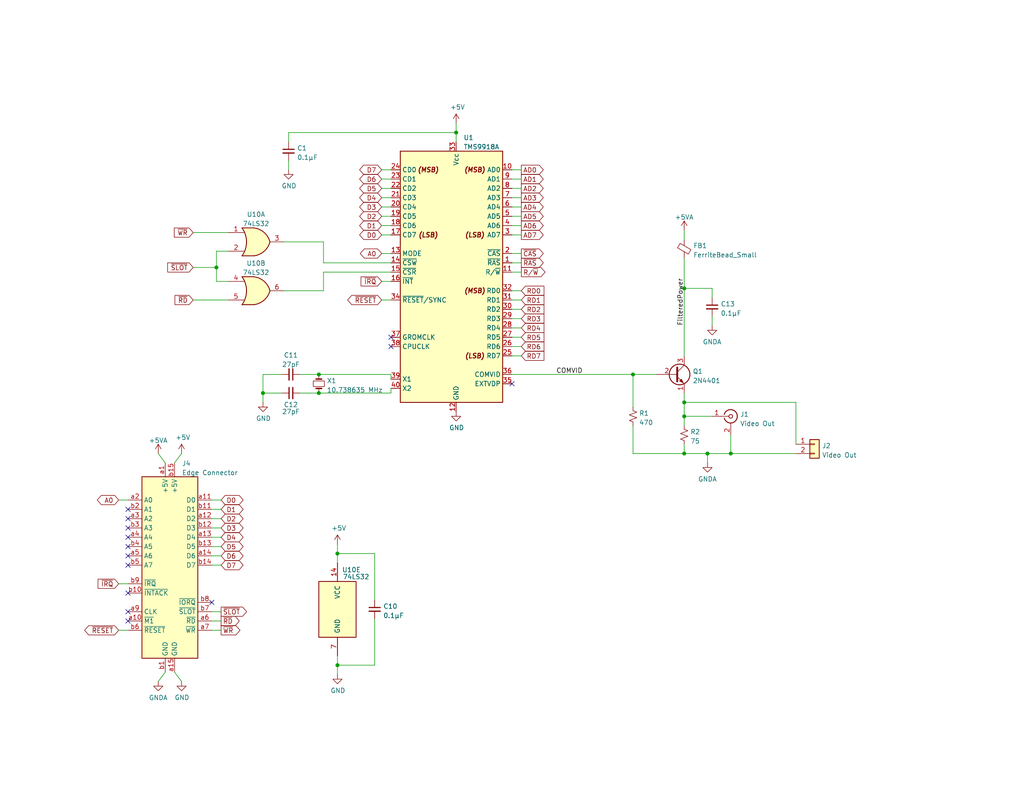
<source format=kicad_sch>
(kicad_sch (version 20211123) (generator eeschema)
  (paper "A")
  (lib_symbols
    (symbol "74xx:74LS32" (pin_names (offset 1.016))
      (property "Reference" "U" (at 0 1.27 0))
      (property "Value" "74LS32" (at 0 -1.27 0))
      (symbol "74LS32_1_1"
        (arc (start -3.81 -3.81) (mid -2.589 0) (end -3.81 3.81) (stroke (width 0.254)))
        (arc (start -0.6096 -3.81) (mid 2.1842 -2.5851) (end 3.81 0) (stroke (width 0.254)) (fill (type background)))
        (polyline (pts (xy -3.81 -3.81) (xy -0.635 -3.81)) (stroke (width 0.254)) (fill (type background)))
        (polyline (pts (xy -3.81 3.81) (xy -0.635 3.81)) (stroke (width 0.254)) (fill (type background)))
        (polyline (pts (xy -0.635 3.81) (xy -3.81 3.81) (xy -3.81 3.81) (xy -3.556 3.4036) (xy -3.0226 2.2606) (xy -2.6924 1.0414) (xy -2.6162 -0.254) (xy -2.7686 -1.4986) (xy -3.175 -2.7178) (xy -3.81 -3.81) (xy -3.81 -3.81) (xy -0.635 -3.81)) (stroke (width -25.4)) (fill (type background)))
        (arc (start 3.81 0) (mid 2.1915 2.5936) (end -0.6096 3.81) (stroke (width 0.254)) (fill (type background)))
        (pin input line (at -7.62 2.54 0) (length 4.318) (name "~") (number "1"))
        (pin input line (at -7.62 -2.54 0) (length 4.318) (name "~") (number "2"))
        (pin output line (at 7.62 0 180) (length 3.81) (name "~") (number "3"))
      )
      (symbol "74LS32_1_2"
        (arc (start 0 -3.81) (mid 3.81 0) (end 0 3.81) (stroke (width 0.254)) (fill (type background)))
        (polyline (pts (xy 0 3.81) (xy -3.81 3.81) (xy -3.81 -3.81) (xy 0 -3.81)) (stroke (width 0.254)) (fill (type background)))
        (pin input inverted (at -7.62 2.54 0) (length 3.81) (name "~") (number "1"))
        (pin input inverted (at -7.62 -2.54 0) (length 3.81) (name "~") (number "2"))
        (pin output inverted (at 7.62 0 180) (length 3.81) (name "~") (number "3"))
      )
      (symbol "74LS32_2_1"
        (arc (start -3.81 -3.81) (mid -2.589 0) (end -3.81 3.81) (stroke (width 0.254)))
        (arc (start -0.6096 -3.81) (mid 2.1842 -2.5851) (end 3.81 0) (stroke (width 0.254)) (fill (type background)))
        (polyline (pts (xy -3.81 -3.81) (xy -0.635 -3.81)) (stroke (width 0.254)) (fill (type background)))
        (polyline (pts (xy -3.81 3.81) (xy -0.635 3.81)) (stroke (width 0.254)) (fill (type background)))
        (polyline (pts (xy -0.635 3.81) (xy -3.81 3.81) (xy -3.81 3.81) (xy -3.556 3.4036) (xy -3.0226 2.2606) (xy -2.6924 1.0414) (xy -2.6162 -0.254) (xy -2.7686 -1.4986) (xy -3.175 -2.7178) (xy -3.81 -3.81) (xy -3.81 -3.81) (xy -0.635 -3.81)) (stroke (width -25.4)) (fill (type background)))
        (arc (start 3.81 0) (mid 2.1915 2.5936) (end -0.6096 3.81) (stroke (width 0.254)) (fill (type background)))
        (pin input line (at -7.62 2.54 0) (length 4.318) (name "~") (number "4"))
        (pin input line (at -7.62 -2.54 0) (length 4.318) (name "~") (number "5"))
        (pin output line (at 7.62 0 180) (length 3.81) (name "~") (number "6"))
      )
      (symbol "74LS32_2_2"
        (arc (start 0 -3.81) (mid 3.81 0) (end 0 3.81) (stroke (width 0.254)) (fill (type background)))
        (polyline (pts (xy 0 3.81) (xy -3.81 3.81) (xy -3.81 -3.81) (xy 0 -3.81)) (stroke (width 0.254)) (fill (type background)))
        (pin input inverted (at -7.62 2.54 0) (length 3.81) (name "~") (number "4"))
        (pin input inverted (at -7.62 -2.54 0) (length 3.81) (name "~") (number "5"))
        (pin output inverted (at 7.62 0 180) (length 3.81) (name "~") (number "6"))
      )
      (symbol "74LS32_3_1"
        (arc (start -3.81 -3.81) (mid -2.589 0) (end -3.81 3.81) (stroke (width 0.254)))
        (arc (start -0.6096 -3.81) (mid 2.1842 -2.5851) (end 3.81 0) (stroke (width 0.254)) (fill (type background)))
        (polyline (pts (xy -3.81 -3.81) (xy -0.635 -3.81)) (stroke (width 0.254)) (fill (type background)))
        (polyline (pts (xy -3.81 3.81) (xy -0.635 3.81)) (stroke (width 0.254)) (fill (type background)))
        (polyline (pts (xy -0.635 3.81) (xy -3.81 3.81) (xy -3.81 3.81) (xy -3.556 3.4036) (xy -3.0226 2.2606) (xy -2.6924 1.0414) (xy -2.6162 -0.254) (xy -2.7686 -1.4986) (xy -3.175 -2.7178) (xy -3.81 -3.81) (xy -3.81 -3.81) (xy -0.635 -3.81)) (stroke (width -25.4)) (fill (type background)))
        (arc (start 3.81 0) (mid 2.1915 2.5936) (end -0.6096 3.81) (stroke (width 0.254)) (fill (type background)))
        (pin input line (at -7.62 -2.54 0) (length 4.318) (name "~") (number "10"))
        (pin output line (at 7.62 0 180) (length 3.81) (name "~") (number "8"))
        (pin input line (at -7.62 2.54 0) (length 4.318) (name "~") (number "9"))
      )
      (symbol "74LS32_3_2"
        (arc (start 0 -3.81) (mid 3.81 0) (end 0 3.81) (stroke (width 0.254)) (fill (type background)))
        (polyline (pts (xy 0 3.81) (xy -3.81 3.81) (xy -3.81 -3.81) (xy 0 -3.81)) (stroke (width 0.254)) (fill (type background)))
        (pin input inverted (at -7.62 -2.54 0) (length 3.81) (name "~") (number "10"))
        (pin output inverted (at 7.62 0 180) (length 3.81) (name "~") (number "8"))
        (pin input inverted (at -7.62 2.54 0) (length 3.81) (name "~") (number "9"))
      )
      (symbol "74LS32_4_1"
        (arc (start -3.81 -3.81) (mid -2.589 0) (end -3.81 3.81) (stroke (width 0.254)))
        (arc (start -0.6096 -3.81) (mid 2.1842 -2.5851) (end 3.81 0) (stroke (width 0.254)) (fill (type background)))
        (polyline (pts (xy -3.81 -3.81) (xy -0.635 -3.81)) (stroke (width 0.254)) (fill (type background)))
        (polyline (pts (xy -3.81 3.81) (xy -0.635 3.81)) (stroke (width 0.254)) (fill (type background)))
        (polyline (pts (xy -0.635 3.81) (xy -3.81 3.81) (xy -3.81 3.81) (xy -3.556 3.4036) (xy -3.0226 2.2606) (xy -2.6924 1.0414) (xy -2.6162 -0.254) (xy -2.7686 -1.4986) (xy -3.175 -2.7178) (xy -3.81 -3.81) (xy -3.81 -3.81) (xy -0.635 -3.81)) (stroke (width -25.4)) (fill (type background)))
        (arc (start 3.81 0) (mid 2.1915 2.5936) (end -0.6096 3.81) (stroke (width 0.254)) (fill (type background)))
        (pin output line (at 7.62 0 180) (length 3.81) (name "~") (number "11"))
        (pin input line (at -7.62 2.54 0) (length 4.318) (name "~") (number "12"))
        (pin input line (at -7.62 -2.54 0) (length 4.318) (name "~") (number "13"))
      )
      (symbol "74LS32_4_2"
        (arc (start 0 -3.81) (mid 3.81 0) (end 0 3.81) (stroke (width 0.254)) (fill (type background)))
        (polyline (pts (xy 0 3.81) (xy -3.81 3.81) (xy -3.81 -3.81) (xy 0 -3.81)) (stroke (width 0.254)) (fill (type background)))
        (pin output inverted (at 7.62 0 180) (length 3.81) (name "~") (number "11"))
        (pin input inverted (at -7.62 2.54 0) (length 3.81) (name "~") (number "12"))
        (pin input inverted (at -7.62 -2.54 0) (length 3.81) (name "~") (number "13"))
      )
      (symbol "74LS32_5_0"
        (pin power_in line (at 0 12.7 270) (length 5.08) (name "VCC") (number "14"))
        (pin power_in line (at 0 -12.7 90) (length 5.08) (name "GND") (number "7"))
      )
      (symbol "74LS32_5_1"
        (rectangle (start -5.08 7.62) (end 5.08 -7.62) (stroke (width 0.254)) (fill (type background)))
      )
    )
    (symbol "Connector:Conn_Coaxial" (pin_names (offset 1.016) hide)
      (property "Reference" "J" (at 0.254 3.048 0))
      (property "Value" "Conn_Coaxial" (at 2.921 0 90))
      (symbol "Conn_Coaxial_0_1"
        (arc (start -1.778 -0.508) (mid 0.2311 -1.8066) (end 1.778 0) (stroke (width 0.254)))
        (polyline (pts (xy -2.54 0) (xy -0.508 0)))
        (polyline (pts (xy 0 -2.54) (xy 0 -1.778)))
        (circle (center 0 0) (radius 0.508) (stroke (width 0.2032)))
        (arc (start 1.778 0) (mid 0.2099 1.8101) (end -1.778 0.508) (stroke (width 0.254)))
      )
      (symbol "Conn_Coaxial_1_1"
        (pin passive line (at -5.08 0 0) (length 2.54) (name "In") (number "1"))
        (pin passive line (at 0 -5.08 90) (length 2.54) (name "Ext") (number "2"))
      )
    )
    (symbol "Connector:Interis_Expansion_PCBEdge"
      (property "Reference" "J" (at 20.32 -39.37 0))
      (property "Value" "Interis_Expansion_PCBEdge" (at 26.67 -35.56 0))
      (symbol "Interis_Expansion_PCBEdge_0_1"
        (rectangle (start -7.62 19.05) (end 7.62 -30.48) (stroke (width 0.254)) (fill (type background)))
      )
      (symbol "Interis_Expansion_PCBEdge_1_1"
        (pin power_out line (at -1.27 22.86 270) (length 3.81) (name "+5V") (number "a1"))
        (pin output line (at -11.43 -20.32 0) (length 3.81) (name "~{M1}") (number "a10"))
        (pin bidirectional line (at 11.43 12.7 180) (length 3.81) (name "D0") (number "a11"))
        (pin bidirectional line (at 11.43 7.62 180) (length 3.81) (name "D2") (number "a12"))
        (pin bidirectional line (at 11.43 2.54 180) (length 3.81) (name "D4") (number "a13"))
        (pin bidirectional line (at 11.43 -2.54 180) (length 3.81) (name "D6") (number "a14"))
        (pin passive line (at 1.27 -34.29 90) (length 3.81) (name "GND") (number "a15"))
        (pin bidirectional line (at -11.43 12.7 0) (length 3.81) (name "A0") (number "a2"))
        (pin bidirectional line (at -11.43 7.62 0) (length 3.81) (name "A2") (number "a3"))
        (pin bidirectional line (at -11.43 2.54 0) (length 3.81) (name "A4") (number "a4"))
        (pin bidirectional line (at -11.43 -2.54 0) (length 3.81) (name "A6") (number "a5"))
        (pin output line (at 11.43 -20.32 180) (length 3.81) (name "~{RD}") (number "a6"))
        (pin output line (at 11.43 -22.86 180) (length 3.81) (name "~{WR}") (number "a7"))
        (pin output line (at -11.43 -17.78 0) (length 3.81) (name "CLK") (number "a9"))
        (pin power_out line (at -1.27 -34.29 90) (length 3.81) (name "GND") (number "b1"))
        (pin output line (at -11.43 -12.7 0) (length 3.81) (name "~{INTACK}") (number "b10"))
        (pin bidirectional line (at 11.43 10.16 180) (length 3.81) (name "D1") (number "b11"))
        (pin bidirectional line (at 11.43 5.08 180) (length 3.81) (name "D3") (number "b12"))
        (pin bidirectional line (at 11.43 0 180) (length 3.81) (name "D5") (number "b13"))
        (pin bidirectional line (at 11.43 -5.08 180) (length 3.81) (name "D7") (number "b14"))
        (pin passive line (at 1.27 22.86 270) (length 3.81) (name "+5V") (number "b15"))
        (pin bidirectional line (at -11.43 10.16 0) (length 3.81) (name "A1") (number "b2"))
        (pin bidirectional line (at -11.43 5.08 0) (length 3.81) (name "A3") (number "b3"))
        (pin bidirectional line (at -11.43 0 0) (length 3.81) (name "A5") (number "b4"))
        (pin bidirectional line (at -11.43 -5.08 0) (length 3.81) (name "A7") (number "b5"))
        (pin bidirectional line (at -11.43 -22.86 0) (length 3.81) (name "~{RESET}") (number "b6"))
        (pin output line (at 11.43 -17.78 180) (length 3.81) (name "~{SLOT}") (number "b7"))
        (pin input line (at 11.43 -15.24 180) (length 3.81) (name "~{IORQ}") (number "b8"))
        (pin input line (at -11.43 -10.16 0) (length 3.81) (name "~{IRQ}") (number "b9"))
      )
    )
    (symbol "Connector_Generic:Conn_01x02" (pin_names (offset 1.016) hide)
      (property "Reference" "J" (at 0 2.54 0))
      (property "Value" "Conn_01x02" (at 0 -5.08 0))
      (symbol "Conn_01x02_1_1"
        (rectangle (start -1.27 -2.413) (end 0 -2.667) (stroke (width 0.1524)))
        (rectangle (start -1.27 0.127) (end 0 -0.127) (stroke (width 0.1524)))
        (rectangle (start -1.27 1.27) (end 1.27 -3.81) (stroke (width 0.254)) (fill (type background)))
        (pin passive line (at -5.08 0 0) (length 3.81) (name "Pin_1") (number "1"))
        (pin passive line (at -5.08 -2.54 0) (length 3.81) (name "Pin_2") (number "2"))
      )
    )
    (symbol "Device:C_Small" (pin_numbers hide) (pin_names (offset 0.254) hide)
      (property "Reference" "C" (at 0.254 1.778 0))
      (property "Value" "C_Small" (at 0.254 -2.032 0))
      (symbol "C_Small_0_1"
        (polyline (pts (xy -1.524 -0.508) (xy 1.524 -0.508)) (stroke (width 0.3302)))
        (polyline (pts (xy -1.524 0.508) (xy 1.524 0.508)) (stroke (width 0.3048)))
      )
      (symbol "C_Small_1_1"
        (pin passive line (at 0 2.54 270) (length 2.032) (name "~") (number "1"))
        (pin passive line (at 0 -2.54 90) (length 2.032) (name "~") (number "2"))
      )
    )
    (symbol "Device:Crystal_Small" (pin_numbers hide) (pin_names (offset 1.016) hide)
      (property "Reference" "Y" (at 0 2.54 0))
      (property "Value" "Crystal_Small" (at 0 -2.54 0))
      (symbol "Crystal_Small_0_1"
        (rectangle (start -0.762 -1.524) (end 0.762 1.524))
        (polyline (pts (xy -1.27 -0.762) (xy -1.27 0.762)) (stroke (width 0.381)))
        (polyline (pts (xy 1.27 -0.762) (xy 1.27 0.762)) (stroke (width 0.381)))
      )
      (symbol "Crystal_Small_1_1"
        (pin passive line (at -2.54 0 0) (length 1.27) (name "1") (number "1"))
        (pin passive line (at 2.54 0 180) (length 1.27) (name "2") (number "2"))
      )
    )
    (symbol "Device:FerriteBead_Small" (pin_numbers hide) (pin_names (offset 0))
      (property "Reference" "FB" (at 1.905 1.27 0))
      (property "Value" "FerriteBead_Small" (at 1.905 -1.27 0))
      (symbol "FerriteBead_Small_0_1"
        (polyline (pts (xy 0 -1.27) (xy 0 -0.7874)))
        (polyline (pts (xy 0 0.889) (xy 0 1.2954)))
        (polyline (pts (xy -1.8288 0.2794) (xy -1.1176 1.4986) (xy 1.8288 -0.2032) (xy 1.1176 -1.4224) (xy -1.8288 0.2794)))
      )
      (symbol "FerriteBead_Small_1_1"
        (pin passive line (at 0 2.54 270) (length 1.27) (name "~") (number "1"))
        (pin passive line (at 0 -2.54 90) (length 1.27) (name "~") (number "2"))
      )
    )
    (symbol "Device:Q_NPN_EBC" (pin_names (offset 0) hide)
      (property "Reference" "Q" (at 5.08 1.27 0))
      (property "Value" "Q_NPN_EBC" (at 5.08 -1.27 0))
      (symbol "Q_NPN_EBC_0_1"
        (polyline (pts (xy 0.635 0.635) (xy 2.54 2.54)))
        (polyline (pts (xy 0.635 -0.635) (xy 2.54 -2.54) (xy 2.54 -2.54)))
        (polyline (pts (xy 0.635 1.905) (xy 0.635 -1.905) (xy 0.635 -1.905)) (stroke (width 0.508)))
        (polyline (pts (xy 1.27 -1.778) (xy 1.778 -1.27) (xy 2.286 -2.286) (xy 1.27 -1.778) (xy 1.27 -1.778)) (fill (type outline)))
        (circle (center 1.27 0) (radius 2.8194) (stroke (width 0.254)))
      )
      (symbol "Q_NPN_EBC_1_1"
        (pin passive line (at 2.54 -5.08 90) (length 2.54) (name "E") (number "1"))
        (pin passive line (at -5.08 0 0) (length 5.715) (name "B") (number "2"))
        (pin passive line (at 2.54 5.08 270) (length 2.54) (name "C") (number "3"))
      )
    )
    (symbol "Device:R_Small_US" (pin_numbers hide) (pin_names (offset 0.254) hide)
      (property "Reference" "R" (at 0.762 0.508 0))
      (property "Value" "R_Small_US" (at 0.762 -1.016 0))
      (symbol "R_Small_US_1_1"
        (polyline (pts (xy 0 0) (xy 1.016 -0.381) (xy 0 -0.762) (xy -1.016 -1.143) (xy 0 -1.524)))
        (polyline (pts (xy 0 1.524) (xy 1.016 1.143) (xy 0 0.762) (xy -1.016 0.381) (xy 0 0)))
        (pin passive line (at 0 2.54 270) (length 1.016) (name "~") (number "1"))
        (pin passive line (at 0 -2.54 90) (length 1.016) (name "~") (number "2"))
      )
    )
    (symbol "Video:TMS9918A"
      (property "Reference" "U" (at 11.43 36.83 0))
      (property "Value" "TMS9918A" (at -1.27 0 0))
      (symbol "TMS9918A_0_0"
        (text "(LSB)" (at -7.62 12.7 0) (effects (font (size 1.27 1.27) bold italic)))
        (text "(LSB)" (at 5.08 -20.32 0) (effects (font (size 1.27 1.27) bold italic)))
        (text "(LSB)" (at 5.08 12.7 0) (effects (font (size 1.27 1.27) bold italic)))
        (text "(MSB)" (at -7.62 30.48 0) (effects (font (size 1.27 1.27) bold italic)))
        (text "(MSB)" (at 5.08 -2.54 0) (effects (font (size 1.27 1.27) bold italic)))
        (text "(MSB)" (at 5.08 30.48 0) (effects (font (size 1.27 1.27) bold italic)))
      )
      (symbol "TMS9918A_0_1"
        (rectangle (start -15.24 35.56) (end 12.7 -33.02) (stroke (width 0.254)) (fill (type background)))
      )
      (symbol "TMS9918A_1_1"
        (pin output line (at 15.24 5.08 180) (length 2.54) (name "~{RAS}") (number "1"))
        (pin output line (at 15.24 30.48 180) (length 2.54) (name "AD0") (number "10"))
        (pin output line (at 15.24 2.54 180) (length 2.54) (name "R/~{W}") (number "11"))
        (pin power_in line (at 0 -35.56 90) (length 2.54) (name "GND") (number "12"))
        (pin input line (at -17.78 7.62 0) (length 2.54) (name "MODE") (number "13"))
        (pin input line (at -17.78 5.08 0) (length 2.54) (name "~{CSW}") (number "14"))
        (pin input line (at -17.78 2.54 0) (length 2.54) (name "~{CSR}") (number "15"))
        (pin output line (at -17.78 0 0) (length 2.54) (name "~{INT}") (number "16"))
        (pin tri_state line (at -17.78 12.7 0) (length 2.54) (name "CD7") (number "17"))
        (pin tri_state line (at -17.78 15.24 0) (length 2.54) (name "CD6") (number "18"))
        (pin tri_state line (at -17.78 17.78 0) (length 2.54) (name "CD5") (number "19"))
        (pin output line (at 15.24 7.62 180) (length 2.54) (name "~{CAS}") (number "2"))
        (pin tri_state line (at -17.78 20.32 0) (length 2.54) (name "CD4") (number "20"))
        (pin tri_state line (at -17.78 22.86 0) (length 2.54) (name "CD3") (number "21"))
        (pin tri_state line (at -17.78 25.4 0) (length 2.54) (name "CD2") (number "22"))
        (pin tri_state line (at -17.78 27.94 0) (length 2.54) (name "CD1") (number "23"))
        (pin tri_state line (at -17.78 30.48 0) (length 2.54) (name "CD0") (number "24"))
        (pin input line (at 15.24 -20.32 180) (length 2.54) (name "RD7") (number "25"))
        (pin input line (at 15.24 -17.78 180) (length 2.54) (name "RD6") (number "26"))
        (pin input line (at 15.24 -15.24 180) (length 2.54) (name "RD5") (number "27"))
        (pin input line (at 15.24 -12.7 180) (length 2.54) (name "RD4") (number "28"))
        (pin input line (at 15.24 -10.16 180) (length 2.54) (name "RD3") (number "29"))
        (pin output line (at 15.24 12.7 180) (length 2.54) (name "AD7") (number "3"))
        (pin input line (at 15.24 -7.62 180) (length 2.54) (name "RD2") (number "30"))
        (pin input line (at 15.24 -5.08 180) (length 2.54) (name "RD1") (number "31"))
        (pin input line (at 15.24 -2.54 180) (length 2.54) (name "RD0") (number "32"))
        (pin power_in line (at 0 38.1 270) (length 2.54) (name "Vcc") (number "33"))
        (pin tri_state line (at -17.78 -5.08 0) (length 2.54) (name "~{RESET}/SYNC") (number "34"))
        (pin input line (at 15.24 -27.94 180) (length 2.54) (name "EXTVDP") (number "35"))
        (pin output line (at 15.24 -25.4 180) (length 2.54) (name "COMVID") (number "36"))
        (pin output line (at -17.78 -15.24 0) (length 2.54) (name "GROMCLK") (number "37"))
        (pin output line (at -17.78 -17.78 0) (length 2.54) (name "CPUCLK") (number "38"))
        (pin passive line (at -17.78 -26.67 0) (length 2.54) (name "X1") (number "39"))
        (pin output line (at 15.24 15.24 180) (length 2.54) (name "AD6") (number "4"))
        (pin passive line (at -17.78 -29.21 0) (length 2.54) (name "X2") (number "40"))
        (pin output line (at 15.24 17.78 180) (length 2.54) (name "AD5") (number "5"))
        (pin output line (at 15.24 20.32 180) (length 2.54) (name "AD4") (number "6"))
        (pin output line (at 15.24 22.86 180) (length 2.54) (name "AD3") (number "7"))
        (pin output line (at 15.24 25.4 180) (length 2.54) (name "AD2") (number "8"))
        (pin output line (at 15.24 27.94 180) (length 2.54) (name "AD1") (number "9"))
      )
    )
    (symbol "power:+5V" (power) (pin_names (offset 0))
      (property "Value" "+5V" (at 0 3.556 0))
      (symbol "+5V_0_1"
        (polyline (pts (xy -0.762 1.27) (xy 0 2.54)))
        (polyline (pts (xy 0 0) (xy 0 2.54)))
        (polyline (pts (xy 0 2.54) (xy 0.762 1.27)))
      )
      (symbol "+5V_1_1"
        (pin power_in line (at 0 0 90) (length 0) hide (name "+5V") (number "1"))
      )
    )
    (symbol "power:+5VA" (power) (pin_names (offset 0))
      (property "Value" "+5VA" (at 0 3.556 0))
      (symbol "+5VA_0_1"
        (polyline (pts (xy -0.762 1.27) (xy 0 2.54)))
        (polyline (pts (xy 0 0) (xy 0 2.54)))
        (polyline (pts (xy 0 2.54) (xy 0.762 1.27)))
      )
      (symbol "+5VA_1_1"
        (pin power_in line (at 0 0 90) (length 0) hide (name "+5VA") (number "1"))
      )
    )
    (symbol "power:GND" (power) (pin_names (offset 0))
      (property "Value" "GND" (at 0 -3.81 0))
      (symbol "GND_0_1"
        (polyline (pts (xy 0 0) (xy 0 -1.27) (xy 1.27 -1.27) (xy 0 -2.54) (xy -1.27 -1.27) (xy 0 -1.27)))
      )
      (symbol "GND_1_1"
        (pin power_in line (at 0 0 270) (length 0) hide (name "GND") (number "1"))
      )
    )
    (symbol "power:GNDA" (power) (pin_names (offset 0))
      (property "Value" "GNDA" (at 0 -3.81 0))
      (symbol "GNDA_0_1"
        (polyline (pts (xy 0 0) (xy 0 -1.27) (xy 1.27 -1.27) (xy 0 -2.54) (xy -1.27 -1.27) (xy 0 -1.27)))
      )
      (symbol "GNDA_1_1"
        (pin power_in line (at 0 0 270) (length 0) hide (name "GNDA") (number "1"))
      )
    )
  )
  (junction (at 59.055 73.025))
  (junction (at 71.755 107.315))
  (junction (at 92.075 181.61))
  (junction (at 86.995 102.235))
  (junction (at 186.69 113.665))
  (junction (at 86.995 107.315))
  (junction (at 193.04 123.825))
  (junction (at 186.69 109.855))
  (junction (at 124.46 36.195))
  (junction (at 172.72 102.235))
  (junction (at 199.39 123.825))
  (junction (at 186.69 78.74))
  (junction (at 186.69 123.825))
  (junction (at 92.075 151.13))
  (no_connect (at 34.925 161.925))
  (no_connect (at 34.925 139.065))
  (no_connect (at 34.925 141.605))
  (no_connect (at 34.925 144.145))
  (no_connect (at 34.925 146.685))
  (no_connect (at 34.925 149.225))
  (no_connect (at 34.925 154.305))
  (no_connect (at 34.925 151.765))
  (no_connect (at 106.68 94.615))
  (no_connect (at 106.68 92.075))
  (no_connect (at 34.925 167.005))
  (no_connect (at 34.925 169.545))
  (no_connect (at 57.785 164.465))
  (no_connect (at 139.7 104.775))
  (wire (pts (xy 77.47 66.04) (xy 88.265 66.04)))
  (wire (pts (xy 102.235 151.13) (xy 92.075 151.13)))
  (wire (pts (xy 76.835 102.235) (xy 71.755 102.235)))
  (wire (pts (xy 62.23 76.835) (xy 59.055 76.835)))
  (wire (pts (xy 60.325 146.685) (xy 57.785 146.685)))
  (wire (pts (xy 71.755 102.235) (xy 71.755 107.315)))
  (wire (pts (xy 102.235 163.83) (xy 102.235 151.13)))
  (wire (pts (xy 92.075 148.59) (xy 92.075 151.13)))
  (wire (pts (xy 60.325 141.605) (xy 57.785 141.605)))
  (wire (pts (xy 104.14 61.595) (xy 106.68 61.595)))
  (wire (pts (xy 60.325 172.085) (xy 57.785 172.085)))
  (wire (pts (xy 60.325 136.525) (xy 57.785 136.525)))
  (wire (pts (xy 199.39 123.825) (xy 193.04 123.825)))
  (wire (pts (xy 142.24 79.375) (xy 139.7 79.375)))
  (wire (pts (xy 43.18 123.825) (xy 45.085 126.365)))
  (wire (pts (xy 88.265 71.755) (xy 106.68 71.755)))
  (wire (pts (xy 104.14 46.355) (xy 106.68 46.355)))
  (wire (pts (xy 92.075 151.13) (xy 92.075 153.67)))
  (wire (pts (xy 60.325 167.005) (xy 57.785 167.005)))
  (wire (pts (xy 52.705 73.025) (xy 59.055 73.025)))
  (wire (pts (xy 49.53 123.825) (xy 47.625 126.365)))
  (wire (pts (xy 59.055 76.835) (xy 59.055 73.025)))
  (wire (pts (xy 142.24 48.895) (xy 139.7 48.895)))
  (wire (pts (xy 104.14 81.915) (xy 106.68 81.915)))
  (wire (pts (xy 60.325 151.765) (xy 57.785 151.765)))
  (wire (pts (xy 142.24 64.135) (xy 139.7 64.135)))
  (wire (pts (xy 142.24 97.155) (xy 139.7 97.155)))
  (wire (pts (xy 60.325 139.065) (xy 57.785 139.065)))
  (wire (pts (xy 92.075 181.61) (xy 92.075 179.07)))
  (wire (pts (xy 104.14 69.215) (xy 106.68 69.215)))
  (wire (pts (xy 124.46 33.655) (xy 124.46 36.195)))
  (wire (pts (xy 172.72 102.235) (xy 179.07 102.235)))
  (wire (pts (xy 142.24 51.435) (xy 139.7 51.435)))
  (wire (pts (xy 139.7 69.215) (xy 142.24 69.215)))
  (wire (pts (xy 104.14 76.835) (xy 106.68 76.835)))
  (wire (pts (xy 124.46 36.195) (xy 78.74 36.195)))
  (wire (pts (xy 49.53 186.055) (xy 47.625 183.515)))
  (wire (pts (xy 104.14 56.515) (xy 106.68 56.515)))
  (wire (pts (xy 60.325 154.305) (xy 57.785 154.305)))
  (wire (pts (xy 172.72 116.205) (xy 172.72 123.825)))
  (wire (pts (xy 172.72 102.235) (xy 172.72 111.125)))
  (wire (pts (xy 104.14 48.895) (xy 106.68 48.895)))
  (wire (pts (xy 172.72 123.825) (xy 186.69 123.825)))
  (wire (pts (xy 104.14 59.055) (xy 106.68 59.055)))
  (wire (pts (xy 142.24 46.355) (xy 139.7 46.355)))
  (wire (pts (xy 32.385 159.385) (xy 34.925 159.385)))
  (wire (pts (xy 77.47 79.375) (xy 88.265 79.375)))
  (wire (pts (xy 52.705 81.915) (xy 62.23 81.915)))
  (wire (pts (xy 186.69 109.855) (xy 217.17 109.855)))
  (wire (pts (xy 186.69 107.315) (xy 186.69 109.855)))
  (wire (pts (xy 186.69 78.74) (xy 194.31 78.74)))
  (wire (pts (xy 194.31 81.28) (xy 194.31 78.74)))
  (wire (pts (xy 88.265 66.04) (xy 88.265 71.755)))
  (wire (pts (xy 106.68 103.505) (xy 106.68 102.235)))
  (wire (pts (xy 104.14 53.975) (xy 106.68 53.975)))
  (wire (pts (xy 186.69 116.205) (xy 186.69 113.665)))
  (wire (pts (xy 102.235 181.61) (xy 92.075 181.61)))
  (wire (pts (xy 32.385 172.085) (xy 34.925 172.085)))
  (wire (pts (xy 194.31 86.36) (xy 194.31 88.9)))
  (wire (pts (xy 43.18 186.055) (xy 45.085 183.515)))
  (wire (pts (xy 139.7 74.295) (xy 142.24 74.295)))
  (wire (pts (xy 186.69 70.485) (xy 186.69 78.74)))
  (wire (pts (xy 142.24 92.075) (xy 139.7 92.075)))
  (wire (pts (xy 186.69 62.865) (xy 186.69 65.405)))
  (wire (pts (xy 78.74 46.355) (xy 78.74 43.815)))
  (wire (pts (xy 142.24 61.595) (xy 139.7 61.595)))
  (wire (pts (xy 142.24 89.535) (xy 139.7 89.535)))
  (wire (pts (xy 142.24 94.615) (xy 139.7 94.615)))
  (wire (pts (xy 142.24 56.515) (xy 139.7 56.515)))
  (wire (pts (xy 52.705 63.5) (xy 62.23 63.5)))
  (wire (pts (xy 124.46 36.195) (xy 124.46 38.735)))
  (wire (pts (xy 81.915 102.235) (xy 86.995 102.235)))
  (wire (pts (xy 60.325 149.225) (xy 57.785 149.225)))
  (wire (pts (xy 217.17 121.285) (xy 217.17 109.855)))
  (wire (pts (xy 81.915 107.315) (xy 86.995 107.315)))
  (wire (pts (xy 60.325 169.545) (xy 57.785 169.545)))
  (wire (pts (xy 88.265 79.375) (xy 88.265 74.295)))
  (wire (pts (xy 186.69 113.665) (xy 194.31 113.665)))
  (wire (pts (xy 199.39 118.745) (xy 199.39 123.825)))
  (wire (pts (xy 186.69 121.285) (xy 186.69 123.825)))
  (wire (pts (xy 106.68 106.045) (xy 106.68 107.315)))
  (wire (pts (xy 60.325 144.145) (xy 57.785 144.145)))
  (wire (pts (xy 186.69 109.855) (xy 186.69 113.665)))
  (wire (pts (xy 142.24 53.975) (xy 139.7 53.975)))
  (wire (pts (xy 193.04 123.825) (xy 186.69 123.825)))
  (wire (pts (xy 142.24 81.915) (xy 139.7 81.915)))
  (wire (pts (xy 142.24 86.995) (xy 139.7 86.995)))
  (wire (pts (xy 186.69 78.74) (xy 186.69 97.155)))
  (wire (pts (xy 199.39 123.825) (xy 217.17 123.825)))
  (wire (pts (xy 92.075 184.15) (xy 92.075 181.61)))
  (wire (pts (xy 88.265 74.295) (xy 106.68 74.295)))
  (wire (pts (xy 102.235 168.91) (xy 102.235 181.61)))
  (wire (pts (xy 59.055 73.025) (xy 59.055 68.58)))
  (wire (pts (xy 104.14 64.135) (xy 106.68 64.135)))
  (wire (pts (xy 193.04 123.825) (xy 193.04 126.365)))
  (wire (pts (xy 78.74 36.195) (xy 78.74 38.735)))
  (wire (pts (xy 104.14 51.435) (xy 106.68 51.435)))
  (wire (pts (xy 139.7 102.235) (xy 172.72 102.235)))
  (wire (pts (xy 32.385 136.525) (xy 34.925 136.525)))
  (wire (pts (xy 142.24 84.455) (xy 139.7 84.455)))
  (wire (pts (xy 139.7 71.755) (xy 142.24 71.755)))
  (wire (pts (xy 86.995 107.315) (xy 106.68 107.315)))
  (wire (pts (xy 59.055 68.58) (xy 62.23 68.58)))
  (wire (pts (xy 142.24 59.055) (xy 139.7 59.055)))
  (wire (pts (xy 71.755 107.315) (xy 76.835 107.315)))
  (wire (pts (xy 86.995 102.235) (xy 106.68 102.235)))
  (wire (pts (xy 71.755 109.855) (xy 71.755 107.315)))
  (label "COMVID" (at 151.765 102.235 0))
  (label "FilteredPower" (at 186.69 88.9 90))
  (global_label "D2" (shape bidirectional) (at 60.325 141.605 0) (property "Intersheet References" "${INTERSHEET_REFS}" (effects hide)))
  (global_label "RD7" (shape input) (at 142.24 97.155 0) (property "Intersheet References" "${INTERSHEET_REFS}" (effects hide)))
  (global_label "D7" (shape bidirectional) (at 104.14 46.355 180) (property "Intersheet References" "${INTERSHEET_REFS}" (effects hide)))
  (global_label "AD2" (shape output) (at 142.24 51.435 0) (property "Intersheet References" "${INTERSHEET_REFS}" (effects hide)))
  (global_label "D1" (shape bidirectional) (at 104.14 61.595 180) (property "Intersheet References" "${INTERSHEET_REFS}" (effects hide)))
  (global_label "AD7" (shape output) (at 142.24 64.135 0) (property "Intersheet References" "${INTERSHEET_REFS}" (effects hide)))
  (global_label "D5" (shape bidirectional) (at 60.325 149.225 0) (property "Intersheet References" "${INTERSHEET_REFS}" (effects hide)))
  (global_label "AD3" (shape output) (at 142.24 53.975 0) (property "Intersheet References" "${INTERSHEET_REFS}" (effects hide)))
  (global_label "A0" (shape bidirectional) (at 104.14 69.215 180) (property "Intersheet References" "${INTERSHEET_REFS}" (effects hide)))
  (global_label "D5" (shape bidirectional) (at 104.14 51.435 180) (property "Intersheet References" "${INTERSHEET_REFS}" (effects hide)))
  (global_label "~{SLOT}" (shape input) (at 52.705 73.025 180) (property "Intersheet References" "${INTERSHEET_REFS}" (effects hide)))
  (global_label "~{RESET}" (shape bidirectional) (at 32.385 172.085 180) (property "Intersheet References" "${INTERSHEET_REFS}" (effects hide)))
  (global_label "D3" (shape bidirectional) (at 104.14 56.515 180) (property "Intersheet References" "${INTERSHEET_REFS}" (effects hide)))
  (global_label "RD3" (shape input) (at 142.24 86.995 0) (property "Intersheet References" "${INTERSHEET_REFS}" (effects hide)))
  (global_label "D3" (shape bidirectional) (at 60.325 144.145 0) (property "Intersheet References" "${INTERSHEET_REFS}" (effects hide)))
  (global_label "~{RD}" (shape input) (at 52.705 81.915 180) (property "Intersheet References" "${INTERSHEET_REFS}" (effects hide)))
  (global_label "AD1" (shape output) (at 142.24 48.895 0) (property "Intersheet References" "${INTERSHEET_REFS}" (effects hide)))
  (global_label "~{RD}" (shape output) (at 60.325 169.545 0) (property "Intersheet References" "${INTERSHEET_REFS}" (effects hide)))
  (global_label "RD1" (shape input) (at 142.24 81.915 0) (property "Intersheet References" "${INTERSHEET_REFS}" (effects hide)))
  (global_label "D6" (shape bidirectional) (at 60.325 151.765 0) (property "Intersheet References" "${INTERSHEET_REFS}" (effects hide)))
  (global_label "~{CAS}" (shape output) (at 142.24 69.215 0) (property "Intersheet References" "${INTERSHEET_REFS}" (effects hide)))
  (global_label "~{IRQ}" (shape input) (at 32.385 159.385 180) (property "Intersheet References" "${INTERSHEET_REFS}" (effects hide)))
  (global_label "D4" (shape bidirectional) (at 60.325 146.685 0) (property "Intersheet References" "${INTERSHEET_REFS}" (effects hide)))
  (global_label "D7" (shape bidirectional) (at 60.325 154.305 0) (property "Intersheet References" "${INTERSHEET_REFS}" (effects hide)))
  (global_label "RD6" (shape input) (at 142.24 94.615 0) (property "Intersheet References" "${INTERSHEET_REFS}" (effects hide)))
  (global_label "RD0" (shape input) (at 142.24 79.375 0) (property "Intersheet References" "${INTERSHEET_REFS}" (effects hide)))
  (global_label "~{RAS}" (shape output) (at 142.24 71.755 0) (property "Intersheet References" "${INTERSHEET_REFS}" (effects hide)))
  (global_label "AD0" (shape output) (at 142.24 46.355 0) (property "Intersheet References" "${INTERSHEET_REFS}" (effects hide)))
  (global_label "~{IRQ}" (shape input) (at 104.14 76.835 180) (property "Intersheet References" "${INTERSHEET_REFS}" (effects hide)))
  (global_label "R{slash}~{W}" (shape output) (at 142.24 74.295 0) (property "Intersheet References" "${INTERSHEET_REFS}" (effects hide)))
  (global_label "A0" (shape bidirectional) (at 32.385 136.525 180) (property "Intersheet References" "${INTERSHEET_REFS}" (effects hide)))
  (global_label "D6" (shape bidirectional) (at 104.14 48.895 180) (property "Intersheet References" "${INTERSHEET_REFS}" (effects hide)))
  (global_label "AD5" (shape output) (at 142.24 59.055 0) (property "Intersheet References" "${INTERSHEET_REFS}" (effects hide)))
  (global_label "RD2" (shape input) (at 142.24 84.455 0) (property "Intersheet References" "${INTERSHEET_REFS}" (effects hide)))
  (global_label "AD6" (shape output) (at 142.24 61.595 0) (property "Intersheet References" "${INTERSHEET_REFS}" (effects hide)))
  (global_label "RD4" (shape input) (at 142.24 89.535 0) (property "Intersheet References" "${INTERSHEET_REFS}" (effects hide)))
  (global_label "~{WR}" (shape input) (at 52.705 63.5 180) (property "Intersheet References" "${INTERSHEET_REFS}" (effects hide)))
  (global_label "D1" (shape bidirectional) (at 60.325 139.065 0) (property "Intersheet References" "${INTERSHEET_REFS}" (effects hide)))
  (global_label "~{RESET}" (shape bidirectional) (at 104.14 81.915 180) (property "Intersheet References" "${INTERSHEET_REFS}" (effects hide)))
  (global_label "~{WR}" (shape output) (at 60.325 172.085 0) (property "Intersheet References" "${INTERSHEET_REFS}" (effects hide)))
  (global_label "D0" (shape bidirectional) (at 104.14 64.135 180) (property "Intersheet References" "${INTERSHEET_REFS}" (effects hide)))
  (global_label "RD5" (shape input) (at 142.24 92.075 0) (property "Intersheet References" "${INTERSHEET_REFS}" (effects hide)))
  (global_label "AD4" (shape output) (at 142.24 56.515 0) (property "Intersheet References" "${INTERSHEET_REFS}" (effects hide)))
  (global_label "D4" (shape bidirectional) (at 104.14 53.975 180) (property "Intersheet References" "${INTERSHEET_REFS}" (effects hide)))
  (global_label "~{SLOT}" (shape output) (at 60.325 167.005 0) (property "Intersheet References" "${INTERSHEET_REFS}" (effects hide)))
  (global_label "D2" (shape bidirectional) (at 104.14 59.055 180) (property "Intersheet References" "${INTERSHEET_REFS}" (effects hide)))
  (global_label "D0" (shape bidirectional) (at 60.325 136.525 0) (property "Intersheet References" "${INTERSHEET_REFS}" (effects hide)))
  (symbol (lib_id "power:+5V") (at 124.46 33.655 0) (unit 1)
    (property "Reference" "#PWR04" (effects hide))
    (property "Value" "+5V" (at 124.841 29.2608 0))
  )
  (symbol (lib_id "power:+5V") (at 49.53 123.825 0) (unit 1)
    (property "Reference" "#PWR0102" (effects hide))
    (property "Value" "+5V" (at 49.911 119.4308 0))
  )
  (symbol (lib_id "power:GNDA") (at 193.04 126.365 0) (unit 1)
    (property "Reference" "#PWR0105" (effects hide))
    (property "Value" "GNDA" (at 193.04 130.8084 0))
  )
  (symbol (lib_id "power:GND") (at 92.075 184.15 0) (unit 1)
    (property "Reference" "#PWR02" (effects hide))
    (property "Value" "GND" (at 92.202 188.5442 0))
  )
  (symbol (lib_id "power:+5VA") (at 43.18 123.825 0) (unit 1)
    (property "Reference" "#PWR0104" (effects hide))
    (property "Value" "+5VA" (at 43.18 120.2492 0))
  )
  (symbol (lib_id "Connector:Conn_Coaxial") (at 199.39 113.665 0) (unit 1)
    (property "Reference" "J1" (at 201.93 113.1235 0) (effects (justify left)))
    (property "Value" "Video Out" (at 201.93 115.6604 0) (effects (justify left)))
    (property "Footprint" "Connector_Audio:Jack_RCA_CUI_RCJ-04" (effects hide))
    (property "Datasheet" " ~" (effects hide))
  )
  (symbol (lib_id "Video:TMS9918A") (at 124.46 76.835 0) (unit 1)
    (property "Reference" "U1" (at 126.4794 37.5752 0) (effects (justify left)))
    (property "Value" "TMS9918A" (at 126.4794 40.1121 0) (effects (justify left)))
    (property "Footprint" "Package_DIP:DIP-40_W15.24mm" (effects hide))
  )
  (symbol (lib_id "Device:C_Small") (at 79.375 107.315 90) (mirror x) (unit 1)
    (property "Reference" "C12" (at 79.375 110.49 90))
    (property "Value" "27pF" (at 79.375 112.395 90))
    (property "Footprint" "Capacitor_THT:C_Disc_D3.8mm_W2.6mm_P2.50mm" (effects hide))
  )
  (symbol (lib_id "power:GND") (at 71.755 109.855 0) (unit 1)
    (property "Reference" "#PWR029" (effects hide))
    (property "Value" "GND" (at 71.882 114.2492 0))
  )
  (symbol (lib_id "power:+5VA") (at 186.69 62.865 0) (unit 1)
    (property "Reference" "#PWR0130" (effects hide))
    (property "Value" "+5VA" (at 186.69 59.2892 0))
  )
  (symbol (lib_id "power:GNDA") (at 43.18 186.055 0) (unit 1)
    (property "Reference" "#PWR0103" (effects hide))
    (property "Value" "GNDA" (at 43.18 190.4984 0))
  )
  (symbol (lib_id "Device:Q_NPN_EBC") (at 184.15 102.235 0) (unit 1)
    (property "Reference" "Q1" (at 189.0014 101.4003 0) (effects (justify left)))
    (property "Value" "2N4401" (at 189.0014 103.9372 0) (effects (justify left)))
    (property "Footprint" "Package_TO_SOT_THT:TO-92_Inline" (effects hide))
  )
  (symbol (lib_id "Device:C_Small") (at 102.235 166.37 0) (unit 1)
    (property "Reference" "C10" (at 104.5591 165.5416 0) (effects (justify left)))
    (property "Value" "0.1µF" (at 104.5591 168.0785 0) (effects (justify left)))
    (property "Footprint" "Capacitor_THT:C_Disc_D5.0mm_W2.5mm_P2.50mm" (effects hide))
  )
  (symbol (lib_id "74xx:74LS32") (at 69.85 66.04 0) (unit 1)
    (property "Reference" "U10" (at 69.85 58.5302 0))
    (property "Value" "74LS32" (at 69.85 61.0671 0))
    (property "Footprint" "Package_DIP:DIP-14_W7.62mm" (effects hide))
    (property "Datasheet" "http://www.ti.com/lit/gpn/sn74LS32" (effects hide))
  )
  (symbol (lib_id "power:GNDA") (at 194.31 88.9 0) (unit 1)
    (property "Reference" "#PWR0131" (effects hide))
    (property "Value" "GNDA" (at 194.31 93.3434 0))
  )
  (symbol (lib_id "Device:C_Small") (at 78.74 41.275 0) (unit 1)
    (property "Reference" "C1" (at 81.0641 40.4466 0) (effects (justify left)))
    (property "Value" "0.1µF" (at 81.0641 42.9835 0) (effects (justify left)))
    (property "Footprint" "Capacitor_THT:C_Disc_D5.0mm_W2.5mm_P2.50mm" (effects hide))
  )
  (symbol (lib_id "Device:C_Small") (at 194.31 83.82 0) (unit 1)
    (property "Reference" "C13" (at 196.6341 82.9916 0) (effects (justify left)))
    (property "Value" "0.1µF" (at 196.6341 85.5285 0) (effects (justify left)))
    (property "Footprint" "Capacitor_THT:C_Disc_D5.0mm_W2.5mm_P2.50mm" (effects hide))
  )
  (symbol (lib_id "74xx:74LS32") (at 69.85 79.375 0) (unit 2)
    (property "Reference" "U10" (at 69.85 71.8652 0))
    (property "Value" "74LS32" (at 69.85 74.4021 0))
    (property "Footprint" "Package_DIP:DIP-14_W7.62mm" (effects hide))
    (property "Datasheet" "http://www.ti.com/lit/gpn/sn74LS32" (effects hide))
  )
  (symbol (lib_id "Device:FerriteBead_Small") (at 186.69 67.945 0) (unit 1)
    (property "Reference" "FB1" (at 189.1538 67.0722 0) (effects (justify left)))
    (property "Value" "FerriteBead_Small" (at 189.1538 69.6091 0) (effects (justify left)))
    (property "Footprint" "Ferrite_THT:LairdTech_28C0236-0JW-10" (effects hide))
  )
  (symbol (lib_id "power:GND") (at 49.53 186.055 0) (unit 1)
    (property "Reference" "#PWR0101" (effects hide))
    (property "Value" "GND" (at 49.657 190.4492 0))
  )
  (symbol (lib_id "Device:R_Small_US") (at 186.69 118.745 0) (unit 1)
    (property "Reference" "R2" (at 188.341 117.9103 0) (effects (justify left)))
    (property "Value" "75" (at 188.341 120.4472 0) (effects (justify left)))
    (property "Footprint" "Resistor_THT:R_Axial_DIN0207_L6.3mm_D2.5mm_P10.16mm_Horizontal" (effects hide))
  )
  (symbol (lib_id "power:+5V") (at 92.075 148.59 0) (unit 1)
    (property "Reference" "#PWR01" (effects hide))
    (property "Value" "+5V" (at 92.456 144.1958 0))
  )
  (symbol (lib_id "74xx:74LS32") (at 92.075 166.37 0) (unit 5)
    (property "Reference" "U10" (at 95.885 155.575 0))
    (property "Value" "74LS32" (at 97.155 157.48 0))
    (property "Footprint" "Package_DIP:DIP-14_W7.62mm" (effects hide))
    (property "Datasheet" "http://www.ti.com/lit/gpn/sn74LS32" (effects hide))
  )
  (symbol (lib_id "Connector_Generic:Conn_01x02") (at 222.25 121.285 0) (unit 1)
    (property "Reference" "J2" (at 224.282 121.7203 0) (effects (justify left)))
    (property "Value" "Video Out" (at 224.282 124.2572 0) (effects (justify left)))
    (property "Footprint" "Connector_PinHeader_2.54mm:PinHeader_1x02_P2.54mm_Vertical" (effects hide))
  )
  (symbol (lib_id "Device:C_Small") (at 79.375 102.235 270) (mirror x) (unit 1)
    (property "Reference" "C11" (at 79.3686 96.9731 90))
    (property "Value" "27pF" (at 79.3686 99.51 90))
    (property "Footprint" "Capacitor_THT:C_Disc_D3.8mm_W2.6mm_P2.50mm" (effects hide))
  )
  (symbol (lib_id "power:GND") (at 124.46 112.395 0) (unit 1)
    (property "Reference" "#PWR05" (effects hide))
    (property "Value" "GND" (at 124.587 116.7892 0))
  )
  (symbol (lib_id "Connector:Interis_Expansion_PCBEdge") (at 46.355 149.225 0) (unit 1)
    (property "Reference" "J4" (at 49.6444 126.526 0) (effects (justify left)))
    (property "Value" "Edge Connector" (at 49.6444 129.0629 0) (effects (justify left)))
    (property "Footprint" "Connector_PCBEdge:Interis_Expansion_PCBEdge" (effects hide))
  )
  (symbol (lib_id "Device:Crystal_Small") (at 86.995 104.775 270) (mirror x) (unit 1)
    (property "Reference" "X1" (at 89.154 103.9403 90) (effects (justify left)))
    (property "Value" "10.738635 MHz" (at 89.154 106.4772 90) (effects (justify left)))
    (property "Footprint" "Crystal:Crystal_HC49-U_Vertical" (effects hide))
  )
  (symbol (lib_id "Device:R_Small_US") (at 172.72 113.665 0) (unit 1)
    (property "Reference" "R1" (at 174.371 112.8303 0) (effects (justify left)))
    (property "Value" "470" (at 174.371 115.3672 0) (effects (justify left)))
    (property "Footprint" "Resistor_THT:R_Axial_DIN0207_L6.3mm_D2.5mm_P10.16mm_Horizontal" (effects hide))
  )
  (symbol (lib_id "power:GND") (at 78.74 46.355 0) (unit 1)
    (property "Reference" "#PWR03" (effects hide))
    (property "Value" "GND" (at 78.867 50.7492 0))
  )
  (sheet (at 289.56 57.785) (size 27.305 38.735) (stroke (width 0.1524))
    (property "Sheet name" "dram" (at 289.56 57.0734 0) (effects (justify left bottom)))
    (property "Sheet file" "dram.kicad_sch" (at 289.56 97.1046 0) (effects (justify left top)))
  )
)
</source>
